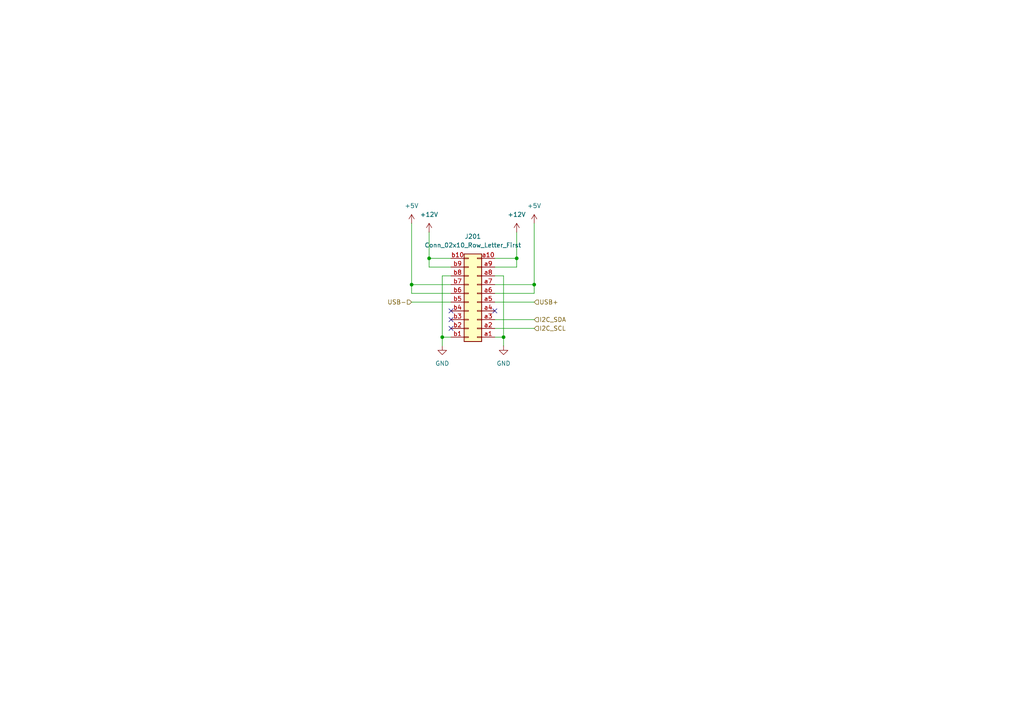
<source format=kicad_sch>
(kicad_sch (version 20231120) (generator "eeschema") (generator_version "8.0")
  (paper "A4")
  (title_block (title "Bus Connector") (rev "<<HASH>>") (company "Amateurfunkclub für Remote Stationen"))
  (lib_symbols
    (symbol "Connector_Generic:Conn_02x10_Row_Letter_First" (pin_names (offset 1.016) hide)
      (property "Reference" "J" (at 1.27 12.7 0))
      (property "Value" "Conn_02x10_Row_Letter_First" (at 1.27 -15.24 0))
      (symbol "Conn_02x10_Row_Letter_First_1_1"
        (rectangle (start -1.27 -12.573) (end 0 -12.827) (stroke (width 0.1524)))
        (rectangle (start -1.27 -10.033) (end 0 -10.287) (stroke (width 0.1524)))
        (rectangle (start -1.27 -7.493) (end 0 -7.747) (stroke (width 0.1524)))
        (rectangle (start -1.27 -4.953) (end 0 -5.207) (stroke (width 0.1524)))
        (rectangle (start -1.27 -2.413) (end 0 -2.667) (stroke (width 0.1524)))
        (rectangle (start -1.27 0.127) (end 0 -0.127) (stroke (width 0.1524)))
        (rectangle (start -1.27 2.667) (end 0 2.413) (stroke (width 0.1524)))
        (rectangle (start -1.27 5.207) (end 0 4.953) (stroke (width 0.1524)))
        (rectangle (start -1.27 7.747) (end 0 7.493) (stroke (width 0.1524)))
        (rectangle (start -1.27 10.287) (end 0 10.033) (stroke (width 0.1524)))
        (rectangle (start -1.27 11.43) (end 3.81 -13.97) (stroke (width 0.254)) (fill (type background)))
        (rectangle (start 3.81 -12.573) (end 2.54 -12.827) (stroke (width 0.1524)))
        (rectangle (start 3.81 -10.033) (end 2.54 -10.287) (stroke (width 0.1524)))
        (rectangle (start 3.81 -7.493) (end 2.54 -7.747) (stroke (width 0.1524)))
        (rectangle (start 3.81 -4.953) (end 2.54 -5.207) (stroke (width 0.1524)))
        (rectangle (start 3.81 -2.413) (end 2.54 -2.667) (stroke (width 0.1524)))
        (rectangle (start 3.81 0.127) (end 2.54 -0.127) (stroke (width 0.1524)))
        (rectangle (start 3.81 2.667) (end 2.54 2.413) (stroke (width 0.1524)))
        (rectangle (start 3.81 5.207) (end 2.54 4.953) (stroke (width 0.1524)))
        (rectangle (start 3.81 7.747) (end 2.54 7.493) (stroke (width 0.1524)))
        (rectangle (start 3.81 10.287) (end 2.54 10.033) (stroke (width 0.1524)))
        (pin passive line (at -5.08 10.16 0) (length 3.81) (name "Pin_a1") (number "a1"))
        (pin passive line (at -5.08 -12.7 0) (length 3.81) (name "Pin_a10") (number "a10"))
        (pin passive line (at -5.08 7.62 0) (length 3.81) (name "Pin_a2") (number "a2"))
        (pin passive line (at -5.08 5.08 0) (length 3.81) (name "Pin_a3") (number "a3"))
        (pin passive line (at -5.08 2.54 0) (length 3.81) (name "Pin_a4") (number "a4"))
        (pin passive line (at -5.08 0 0) (length 3.81) (name "Pin_a5") (number "a5"))
        (pin passive line (at -5.08 -2.54 0) (length 3.81) (name "Pin_a6") (number "a6"))
        (pin passive line (at -5.08 -5.08 0) (length 3.81) (name "Pin_a7") (number "a7"))
        (pin passive line (at -5.08 -7.62 0) (length 3.81) (name "Pin_a8") (number "a8"))
        (pin passive line (at -5.08 -10.16 0) (length 3.81) (name "Pin_a9") (number "a9"))
        (pin passive line (at 7.62 10.16 180) (length 3.81) (name "Pin_b1") (number "b1"))
        (pin passive line (at 7.62 -12.7 180) (length 3.81) (name "Pin_b10") (number "b10"))
        (pin passive line (at 7.62 7.62 180) (length 3.81) (name "Pin_b2") (number "b2"))
        (pin passive line (at 7.62 5.08 180) (length 3.81) (name "Pin_b3") (number "b3"))
        (pin passive line (at 7.62 2.54 180) (length 3.81) (name "Pin_b4") (number "b4"))
        (pin passive line (at 7.62 0 180) (length 3.81) (name "Pin_b5") (number "b5"))
        (pin passive line (at 7.62 -2.54 180) (length 3.81) (name "Pin_b6") (number "b6"))
        (pin passive line (at 7.62 -5.08 180) (length 3.81) (name "Pin_b7") (number "b7"))
        (pin passive line (at 7.62 -7.62 180) (length 3.81) (name "Pin_b8") (number "b8"))
        (pin passive line (at 7.62 -10.16 180) (length 3.81) (name "Pin_b9") (number "b9"))
      )
    )
    (symbol "power:+12V" (power) (pin_numbers hide) (pin_names (offset 0) hide)
      (property "Value" "+12V" (at 0 3.556 0))
      (symbol "+12V_0_1"
        (polyline (pts (xy -0.762 1.27) (xy 0 2.54)))
        (polyline (pts (xy 0 0) (xy 0 2.54)))
        (polyline (pts (xy 0 2.54) (xy 0.762 1.27)))
      )
      (symbol "+12V_1_1"
        (pin power_in line (at 0 0 90) (length 0) (name "~") (number "1"))
      )
    )
    (symbol "power:+5V" (power) (pin_numbers hide) (pin_names (offset 0) hide)
      (property "Value" "+5V" (at 0 3.556 0))
      (symbol "+5V_0_1"
        (polyline (pts (xy -0.762 1.27) (xy 0 2.54)))
        (polyline (pts (xy 0 0) (xy 0 2.54)))
        (polyline (pts (xy 0 2.54) (xy 0.762 1.27)))
      )
      (symbol "+5V_1_1"
        (pin power_in line (at 0 0 90) (length 0) (name "~") (number "1"))
      )
    )
    (symbol "power:GND" (power) (pin_numbers hide) (pin_names (offset 0) hide)
      (property "Value" "GND" (at 0 -3.81 0))
      (symbol "GND_0_1"
        (polyline (pts (xy 0 0) (xy 0 -1.27) (xy 1.27 -1.27) (xy 0 -2.54) (xy -1.27 -1.27) (xy 0 -1.27)))
      )
      (symbol "GND_1_1"
        (pin power_in line (at 0 0 270) (length 0) (name "~") (number "1"))
      )
    )
  )
  (junction (at 146.05 97.79))
  (junction (at 128.27 97.79))
  (junction (at 149.86 74.93))
  (junction (at 119.38 82.55))
  (junction (at 154.94 82.55))
  (junction (at 124.46 74.93))
  (no_connect (at 130.81 95.25))
  (no_connect (at 130.81 92.71))
  (no_connect (at 143.51 90.17))
  (no_connect (at 130.81 90.17))
  (wire (pts (xy 143.51 97.79) (xy 146.05 97.79)))
  (wire (pts (xy 128.27 80.01) (xy 128.27 97.79)))
  (wire (pts (xy 146.05 80.01) (xy 146.05 97.79)))
  (wire (pts (xy 143.51 77.47) (xy 149.86 77.47)))
  (wire (pts (xy 119.38 87.63) (xy 130.81 87.63)))
  (wire (pts (xy 146.05 97.79) (xy 146.05 100.33)))
  (wire (pts (xy 143.51 80.01) (xy 146.05 80.01)))
  (wire (pts (xy 143.51 82.55) (xy 154.94 82.55)))
  (wire (pts (xy 124.46 77.47) (xy 124.46 74.93)))
  (wire (pts (xy 119.38 85.09) (xy 119.38 82.55)))
  (wire (pts (xy 149.86 77.47) (xy 149.86 74.93)))
  (wire (pts (xy 130.81 80.01) (xy 128.27 80.01)))
  (wire (pts (xy 130.81 85.09) (xy 119.38 85.09)))
  (wire (pts (xy 154.94 82.55) (xy 154.94 64.77)))
  (wire (pts (xy 130.81 74.93) (xy 124.46 74.93)))
  (wire (pts (xy 143.51 85.09) (xy 154.94 85.09)))
  (wire (pts (xy 130.81 82.55) (xy 119.38 82.55)))
  (wire (pts (xy 128.27 97.79) (xy 128.27 100.33)))
  (wire (pts (xy 130.81 77.47) (xy 124.46 77.47)))
  (wire (pts (xy 143.51 74.93) (xy 149.86 74.93)))
  (wire (pts (xy 154.94 92.71) (xy 143.51 92.71)))
  (wire (pts (xy 154.94 85.09) (xy 154.94 82.55)))
  (wire (pts (xy 124.46 74.93) (xy 124.46 67.31)))
  (wire (pts (xy 130.81 97.79) (xy 128.27 97.79)))
  (wire (pts (xy 154.94 95.25) (xy 143.51 95.25)))
  (wire (pts (xy 119.38 82.55) (xy 119.38 64.77)))
  (wire (pts (xy 149.86 74.93) (xy 149.86 67.31)))
  (wire (pts (xy 143.51 87.63) (xy 154.94 87.63)))
  (hierarchical_label "USB-" (shape input) (at 119.38 87.63 180))
  (hierarchical_label "USB+" (shape input) (at 154.94 87.63 0))
  (hierarchical_label "I2C_SCL" (shape input) (at 154.94 95.25 0))
  (hierarchical_label "I2C_SDA" (shape input) (at 154.94 92.71 0))
  (symbol (lib_id "power:+12V") (at 124.46 67.31 0) (unit 1)
    (property "Reference" "#PWR0202" (effects (hide yes)))
    (property "Value" "+12V" (at 124.46 62.23 0))
    (property "Description" "Power symbol creates a global label with name \"+12V\"" (effects (hide yes)))
  )
  (symbol (lib_id "power:+12V") (at 149.86 67.31 0) (unit 1)
    (property "Reference" "#PWR0205" (effects (hide yes)))
    (property "Value" "+12V" (at 149.86 62.23 0))
    (property "Description" "Power symbol creates a global label with name \"+12V\"" (effects (hide yes)))
  )
  (symbol (lib_id "power:GND") (at 146.05 100.33 0) (unit 1)
    (property "Reference" "#PWR0204" (effects (hide yes)))
    (property "Value" "GND" (at 146.05 105.41 0))
    (property "Description" "Power symbol creates a global label with name \"GND\" , ground" (effects (hide yes)))
  )
  (symbol (lib_id "Connector_Generic:Conn_02x10_Row_Letter_First") (at 138.43 87.63 180) (unit 1)
    (property "Reference" "J201" (at 137.16 68.58 0))
    (property "Value" "Conn_02x10_Row_Letter_First" (at 137.16 71.12 0))
    (property "Footprint" "PRJ:PCN10-20P-2.54DSA" (effects (hide yes)))
    (property "Description" "Generic connector, double row, 02x10, row letter first pin numbering scheme (pin number consists of a letter for the row and a number for the pin index in this row. a1, ..., aN; b1, ..., bN), script generated (kicad-library-utils/schlib/autogen/connector/)" (effects (hide yes)))
  )
  (symbol (lib_id "power:+5V") (at 119.38 64.77 0) (unit 1)
    (property "Reference" "#PWR0201" (effects (hide yes)))
    (property "Value" "+5V" (at 119.38 59.69 0))
    (property "Description" "Power symbol creates a global label with name \"+5V\"" (effects (hide yes)))
  )
  (symbol (lib_id "power:GND") (at 128.27 100.33 0) (unit 1)
    (property "Reference" "#PWR0203" (effects (hide yes)))
    (property "Value" "GND" (at 128.27 105.41 0))
    (property "Description" "Power symbol creates a global label with name \"GND\" , ground" (effects (hide yes)))
  )
  (symbol (lib_id "power:+5V") (at 154.94 64.77 0) (unit 1)
    (property "Reference" "#PWR0206" (effects (hide yes)))
    (property "Value" "+5V" (at 154.94 59.69 0))
    (property "Description" "Power symbol creates a global label with name \"+5V\"" (effects (hide yes)))
  )
)
</source>
